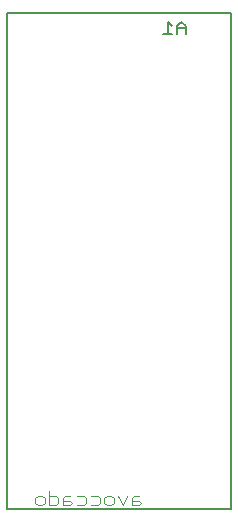
<source format=gbo>
G75*
%MOIN*%
%OFA0B0*%
%FSLAX25Y25*%
%IPPOS*%
%LPD*%
%AMOC8*
5,1,8,0,0,1.08239X$1,22.5*
%
%ADD10C,0.00800*%
%ADD11C,0.00400*%
D10*
X0031348Y0001800D02*
X0106152Y0001800D01*
X0106152Y0167154D01*
X0031348Y0167154D01*
X0031348Y0001800D01*
X0083542Y0160200D02*
X0086345Y0160200D01*
X0084943Y0160200D02*
X0084943Y0164404D01*
X0086345Y0163002D01*
X0088146Y0163002D02*
X0088146Y0160200D01*
X0088146Y0162302D02*
X0090948Y0162302D01*
X0090948Y0163002D02*
X0089547Y0164404D01*
X0088146Y0163002D01*
X0090948Y0163002D02*
X0090948Y0160200D01*
D11*
X0045456Y0007804D02*
X0045456Y0003200D01*
X0047758Y0003200D01*
X0048525Y0003967D01*
X0048525Y0005502D01*
X0047758Y0006269D01*
X0045456Y0006269D01*
X0043921Y0005502D02*
X0043921Y0003967D01*
X0043154Y0003200D01*
X0041619Y0003200D01*
X0040852Y0003967D01*
X0040852Y0005502D01*
X0041619Y0006269D01*
X0043154Y0006269D01*
X0043921Y0005502D01*
X0050060Y0005502D02*
X0050060Y0003200D01*
X0052361Y0003200D01*
X0053129Y0003967D01*
X0052361Y0004735D01*
X0050060Y0004735D01*
X0050060Y0005502D02*
X0050827Y0006269D01*
X0052361Y0006269D01*
X0054663Y0006269D02*
X0056965Y0006269D01*
X0057733Y0005502D01*
X0057733Y0003967D01*
X0056965Y0003200D01*
X0054663Y0003200D01*
X0059267Y0003200D02*
X0061569Y0003200D01*
X0062337Y0003967D01*
X0062337Y0005502D01*
X0061569Y0006269D01*
X0059267Y0006269D01*
X0063871Y0005502D02*
X0063871Y0003967D01*
X0064639Y0003200D01*
X0066173Y0003200D01*
X0066941Y0003967D01*
X0066941Y0005502D01*
X0066173Y0006269D01*
X0064639Y0006269D01*
X0063871Y0005502D01*
X0068475Y0006269D02*
X0070010Y0003200D01*
X0071545Y0006269D01*
X0073079Y0005502D02*
X0073079Y0003200D01*
X0075381Y0003200D01*
X0076148Y0003967D01*
X0075381Y0004735D01*
X0073079Y0004735D01*
X0073079Y0005502D02*
X0073846Y0006269D01*
X0075381Y0006269D01*
M02*

</source>
